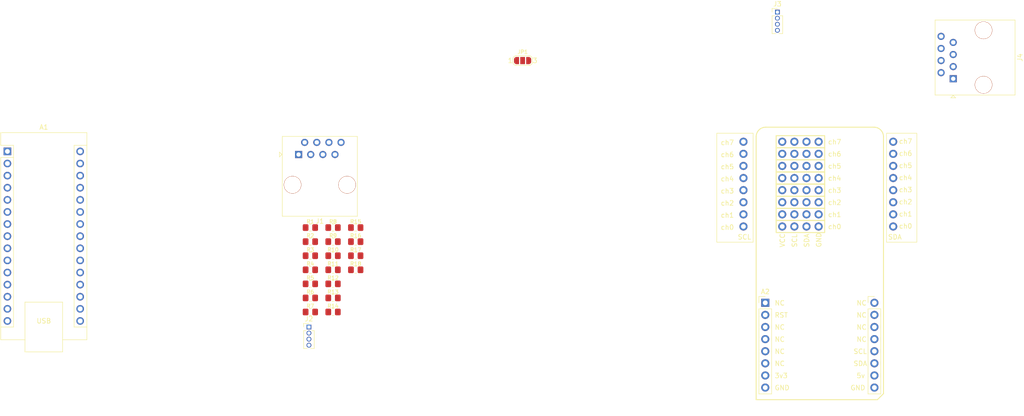
<source format=kicad_pcb>
(kicad_pcb (version 20221018) (generator pcbnew)
  (layers (0 "F.Cu" signal) (31 "B.Cu" signal) (34 "B.Paste" user) (35 "F.Paste" user) (36 "B.SilkS" user "B.Silkscreen") (37 "F.SilkS" user "F.Silkscreen") (38 "B.Mask" user) (39 "F.Mask" user) (44 "Edge.Cuts" user))
  (net 0 "")
  (net 4 "GND")
  (net 17 "/3V3_BUS")
  (net 23 "/SDA")
  (net 24 "/SCL")
  (net 27 "/5V_BUS")
  (net 31 "/SCL_CH0")
  (net 33 "/VCC_CH0")
  (net 35 "/SDA_CH0")
  (net 41 "/SCL_CH7")
  (net 42 "/SCL_CH6")
  (net 43 "/SCL_CH5")
  (net 44 "/SCL_CH4")
  (net 45 "/SCL_CH3")
  (net 46 "/SCL_CH2")
  (net 47 "/SCL_CH1")
  (net 48 "/SDA_CH7")
  (net 49 "/SDA_CH6")
  (net 50 "/SDA_CH5")
  (net 51 "/SDA_CH4")
  (net 52 "/SDA_CH3")
  (net 53 "/SDA_CH2")
  (net 54 "/SDA_CH1")
  (footprint "Resistor_SMD:R_0805_2012Metric_Pad1.20x1.40mm_HandSolder" (layer "F.Cu") (at 125.69 84.93)
    (fp_text reference "R5" (at 0 -1.25 unlocked) (layer "F.SilkS") (effects (font (size 0.8 0.8))))
    (fp_text value "10k")
    (fp_line (start -0.227064 -0.735) (end 0.227064 -0.735) (stroke (width 0.12)) (layer "F.SilkS"))
    (fp_line (start -0.227064 0.735) (end 0.227064 0.735) (stroke (width 0.12)) (layer "F.SilkS"))
    (pad "1" smd roundrect (at -1 0) (size 1.2 1.4) (layers "F.Cu" "F.Paste" "F.Mask") (roundrect_rratio 0.208333) (net 43 "/SCL_CH5"))
    (pad "2" smd roundrect (at 1 0) (size 1.2 1.4) (layers "F.Cu" "F.Paste" "F.Mask") (roundrect_rratio 0.208333) (net 27 "/5V_BUS"))
  )
  (footprint "Resistor_SMD:R_0805_2012Metric_Pad1.20x1.40mm_HandSolder" (layer "F.Cu") (at 125.69 90.83)
    (fp_text reference "R7" (at 0 -1.25 unlocked) (layer "F.SilkS") (effects (font (size 0.8 0.8))))
    (fp_text value "10k")
    (fp_line (start -0.227064 -0.735) (end 0.227064 -0.735) (stroke (width 0.12)) (layer "F.SilkS"))
    (fp_line (start -0.227064 0.735) (end 0.227064 0.735) (stroke (width 0.12)) (layer "F.SilkS"))
    (pad "1" smd roundrect (at -1 0) (size 1.2 1.4) (layers "F.Cu" "F.Paste" "F.Mask") (roundrect_rratio 0.208333) (net 45 "/SCL_CH3"))
    (pad "2" smd roundrect (at 1 0) (size 1.2 1.4) (layers "F.Cu" "F.Paste" "F.Mask") (roundrect_rratio 0.208333) (net 27 "/5V_BUS"))
  )
  (footprint "Resistor_SMD:R_0805_2012Metric_Pad1.20x1.40mm_HandSolder" (layer "F.Cu") (at 130.44 76.08)
    (fp_text reference "R9" (at 0 -1.25 unlocked) (layer "F.SilkS") (effects (font (size 0.8 0.8))))
    (fp_text value "10k")
    (fp_line (start -0.227064 -0.735) (end 0.227064 -0.735) (stroke (width 0.12)) (layer "F.SilkS"))
    (fp_line (start -0.227064 0.735) (end 0.227064 0.735) (stroke (width 0.12)) (layer "F.SilkS"))
    (pad "1" smd roundrect (at -1 0) (size 1.2 1.4) (layers "F.Cu" "F.Paste" "F.Mask") (roundrect_rratio 0.208333) (net 47 "/SCL_CH1"))
    (pad "2" smd roundrect (at 1 0) (size 1.2 1.4) (layers "F.Cu" "F.Paste" "F.Mask") (roundrect_rratio 0.208333) (net 27 "/5V_BUS"))
  )
  (footprint "Resistor_SMD:R_0805_2012Metric_Pad1.20x1.40mm_HandSolder" (layer "F.Cu") (at 130.44 90.83)
    (fp_text reference "R14" (at 0 -1.25 unlocked) (layer "F.SilkS") (effects (font (size 0.8 0.8))))
    (fp_text value "10k")
    (fp_line (start -0.227064 -0.735) (end 0.227064 -0.735) (stroke (width 0.12)) (layer "F.SilkS"))
    (fp_line (start -0.227064 0.735) (end 0.227064 0.735) (stroke (width 0.12)) (layer "F.SilkS"))
    (pad "1" smd roundrect (at -1 0) (size 1.2 1.4) (layers "F.Cu" "F.Paste" "F.Mask") (roundrect_rratio 0.208333) (net 52 "/SDA_CH3"))
    (pad "2" smd roundrect (at 1 0) (size 1.2 1.4) (layers "F.Cu" "F.Paste" "F.Mask") (roundrect_rratio 0.208333) (net 27 "/5V_BUS"))
  )
  (footprint "Jumper:SolderJumper-3_P1.3mm_Open_RoundedPad1.0x1.5mm_NumberLabels" (layer "F.Cu") (at 170.15 38.1)
    (fp_text reference "JP1" (at 0 -1.8) (layer "F.SilkS") (effects (font (size 0.8 0.8))))
    (fp_text value "CH0-VCC-select")
    (fp_text user "3" (at 2.6 0) (layer "F.SilkS"))
    (fp_text user "1" (at -2.6 0) (layer "F.SilkS"))
    (fp_line (start -2.05 0.3) (end -2.05 -0.3) (stroke (width 0.12)) (layer "F.SilkS"))
    (fp_line (start -1.4 -1) (end 1.4 -1) (stroke (width 0.12)) (layer "F.SilkS"))
    (fp_line (start 1.4 1) (end -1.4 1) (stroke (width 0.12)) (layer "F.SilkS"))
    (fp_line (start 2.05 -0.3) (end 2.05 0.3) (stroke (width 0.12)) (layer "F.SilkS"))
    (fp_arc (start -2.05 -0.3) (mid -1.844975 -0.794975) (end -1.35 -1) (stroke (width 0.12)) (layer "F.SilkS"))
    (fp_arc (start -1.35 1) (mid -1.844975 0.794975) (end -2.05 0.3) (stroke (width 0.12)) (layer "F.SilkS"))
    (fp_arc (start 1.35 -1) (mid 1.844975 -0.794975) (end 2.05 -0.3) (stroke (width 0.12)) (layer "F.SilkS"))
    (fp_arc (start 2.05 0.3) (mid 1.844975 0.794975) (end 1.35 1) (stroke (width 0.12)) (layer "F.SilkS"))
    (pad "1" smd custom (at -1.3 0) (size 1 0.5) (layers "F.Cu" "F.Mask") (net 27 "/5V_BUS") (options (clearance outline) (anchor rect)) (primitives (gr_circle (center 0 0.25) (end 0.5 0.25) (width 0) (fill yes)) (gr_circle (center 0 -0.25) (end 0.5 -0.25) (width 0) (fill yes)) (gr_poly (pts (xy 0.55 0.75) (xy 0 0.75) (xy 0 -0.75) (xy 0.55 -0.75)) (width 0) (fill yes))))
    (pad "2" smd rect (at 0 0) (size 1 1.5) (layers "F.Cu" "F.Mask") (net 33 "/VCC_CH0"))
    (pad "3" smd custom (at 1.3 0) (size 1 0.5) (layers "F.Cu" "F.Mask") (net 17 "/3V3_BUS") (options (clearance outline) (anchor rect)) (primitives (gr_circle (center 0 0.25) (end 0.5 0.25) (width 0) (fill yes)) (gr_circle (center 0 -0.25) (end 0.5 -0.25) (width 0) (fill yes)) (gr_poly (pts (xy 0 0.75) (xy -0.55 0.75) (xy -0.55 -0.75) (xy 0 -0.75)) (width 0) (fill yes))))
  )
  (footprint "Resistor_SMD:R_0805_2012Metric_Pad1.20x1.40mm_HandSolder" (layer "F.Cu") (at 125.69 87.88)
    (fp_text reference "R6" (at 0 -1.25 unlocked) (layer "F.SilkS") (effects (font (size 0.8 0.8))))
    (fp_text value "10k")
    (fp_line (start -0.227064 -0.735) (end 0.227064 -0.735) (stroke (width 0.12)) (layer "F.SilkS"))
    (fp_line (start -0.227064 0.735) (end 0.227064 0.735) (stroke (width 0.12)) (layer "F.SilkS"))
    (pad "1" smd roundrect (at -1 0) (size 1.2 1.4) (layers "F.Cu" "F.Paste" "F.Mask") (roundrect_rratio 0.208333) (net 44 "/SCL_CH4"))
    (pad "2" smd roundrect (at 1 0) (size 1.2 1.4) (layers "F.Cu" "F.Paste" "F.Mask") (roundrect_rratio 0.208333) (net 27 "/5V_BUS"))
  )
  (footprint "Resistor_SMD:R_0805_2012Metric_Pad1.20x1.40mm_HandSolder" (layer "F.Cu") (at 130.44 81.98)
    (fp_text reference "R11" (at 0 -1.25 unlocked) (layer "F.SilkS") (effects (font (size 0.8 0.8))))
    (fp_text value "10k")
    (fp_line (start -0.227064 -0.735) (end 0.227064 -0.735) (stroke (width 0.12)) (layer "F.SilkS"))
    (fp_line (start -0.227064 0.735) (end 0.227064 0.735) (stroke (width 0.12)) (layer "F.SilkS"))
    (pad "1" smd roundrect (at -1 0) (size 1.2 1.4) (layers "F.Cu" "F.Paste" "F.Mask") (roundrect_rratio 0.208333) (net 49 "/SDA_CH6"))
    (pad "2" smd roundrect (at 1 0) (size 1.2 1.4) (layers "F.Cu" "F.Paste" "F.Mask") (roundrect_rratio 0.208333) (net 27 "/5V_BUS"))
  )
  (footprint "Resistor_SMD:R_0805_2012Metric_Pad1.20x1.40mm_HandSolder" (layer "F.Cu") (at 125.69 81.98)
    (fp_text reference "R4" (at 0 -1.25 unlocked) (layer "F.SilkS") (effects (font (size 0.8 0.8))))
    (fp_text value "10k")
    (fp_line (start -0.227064 -0.735) (end 0.227064 -0.735) (stroke (width 0.12)) (layer "F.SilkS"))
    (fp_line (start -0.227064 0.735) (end 0.227064 0.735) (stroke (width 0.12)) (layer "F.SilkS"))
    (pad "1" smd roundrect (at -1 0) (size 1.2 1.4) (layers "F.Cu" "F.Paste" "F.Mask") (roundrect_rratio 0.208333) (net 42 "/SCL_CH6"))
    (pad "2" smd roundrect (at 1 0) (size 1.2 1.4) (layers "F.Cu" "F.Paste" "F.Mask") (roundrect_rratio 0.208333) (net 27 "/5V_BUS"))
  )
  (footprint "Resistor_SMD:R_0805_2012Metric_Pad1.20x1.40mm_HandSolder" (layer "F.Cu") (at 125.69 79.03)
    (fp_text reference "R3" (at 0 -1.25 unlocked) (layer "F.SilkS") (effects (font (size 0.8 0.8))))
    (fp_text value "10k")
    (fp_line (start -0.227064 -0.735) (end 0.227064 -0.735) (stroke (width 0.12)) (layer "F.SilkS"))
    (fp_line (start -0.227064 0.735) (end 0.227064 0.735) (stroke (width 0.12)) (layer "F.SilkS"))
    (pad "1" smd roundrect (at -1 0) (size 1.2 1.4) (layers "F.Cu" "F.Paste" "F.Mask") (roundrect_rratio 0.208333) (net 41 "/SCL_CH7"))
    (pad "2" smd roundrect (at 1 0) (size 1.2 1.4) (layers "F.Cu" "F.Paste" "F.Mask") (roundrect_rratio 0.208333) (net 27 "/5V_BUS"))
  )
  (footprint "Resistor_SMD:R_0805_2012Metric_Pad1.20x1.40mm_HandSolder" (layer "F.Cu") (at 125.69 73.13)
    (fp_text reference "R1" (at 0 -1.25 unlocked) (layer "F.SilkS") (effects (font (size 0.8 0.8))))
    (fp_text value "10k")
    (fp_line (start -0.227064 -0.735) (end 0.227064 -0.735) (stroke (width 0.12)) (layer "F.SilkS"))
    (fp_line (start -0.227064 0.735) (end 0.227064 0.735) (stroke (width 0.12)) (layer "F.SilkS"))
    (pad "1" smd roundrect (at -1 0) (size 1.2 1.4) (layers "F.Cu" "F.Paste" "F.Mask") (roundrect_rratio 0.208333) (net 23 "/SDA"))
    (pad "2" smd roundrect (at 1 0) (size 1.2 1.4) (layers "F.Cu" "F.Paste" "F.Mask") (roundrect_rratio 0.208333) (net 27 "/5V_BUS"))
  )
  (footprint "Resistor_SMD:R_0805_2012Metric_Pad1.20x1.40mm_HandSolder" (layer "F.Cu") (at 130.44 84.93)
    (fp_text reference "R12" (at 0 -1.25 unlocked) (layer "F.SilkS") (effects (font (size 0.8 0.8))))
    (fp_text value "10k")
    (fp_line (start -0.227064 -0.735) (end 0.227064 -0.735) (stroke (width 0.12)) (layer "F.SilkS"))
    (fp_line (start -0.227064 0.735) (end 0.227064 0.735) (stroke (width 0.12)) (layer "F.SilkS"))
    (pad "1" smd roundrect (at -1 0) (size 1.2 1.4) (layers "F.Cu" "F.Paste" "F.Mask") (roundrect_rratio 0.208333) (net 50 "/SDA_CH5"))
    (pad "2" smd roundrect (at 1 0) (size 1.2 1.4) (layers "F.Cu" "F.Paste" "F.Mask") (roundrect_rratio 0.208333) (net 27 "/5V_BUS"))
  )
  (footprint "Resistor_SMD:R_0805_2012Metric_Pad1.20x1.40mm_HandSolder" (layer "F.Cu") (at 130.44 87.88)
    (fp_text reference "R13" (at 0 -1.25 unlocked) (layer "F.SilkS") (effects (font (size 0.8 0.8))))
    (fp_text value "10k")
    (fp_line (start -0.227064 -0.735) (end 0.227064 -0.735) (stroke (width 0.12)) (layer "F.SilkS"))
    (fp_line (start -0.227064 0.735) (end 0.227064 0.735) (stroke (width 0.12)) (layer "F.SilkS"))
    (pad "1" smd roundrect (at -1 0) (size 1.2 1.4) (layers "F.Cu" "F.Paste" "F.Mask") (roundrect_rratio 0.208333) (net 51 "/SDA_CH4"))
    (pad "2" smd roundrect (at 1 0) (size 1.2 1.4) (layers "F.Cu" "F.Paste" "F.Mask") (roundrect_rratio 0.208333) (net 27 "/5V_BUS"))
  )
  (footprint "Resistor_SMD:R_0805_2012Metric_Pad1.20x1.40mm_HandSolder" (layer "F.Cu") (at 135.19 81.98)
    (fp_text reference "R18" (at 0 -1.25 unlocked) (layer "F.SilkS") (effects (font (size 0.8 0.8))))
    (fp_text value "10k")
    (fp_line (start -0.227064 -0.735) (end 0.227064 -0.735) (stroke (width 0.12)) (layer "F.SilkS"))
    (fp_line (start -0.227064 0.735) (end 0.227064 0.735) (stroke (width 0.12)) (layer "F.SilkS"))
    (pad "1" smd roundrect (at -1 0) (size 1.2 1.4) (layers "F.Cu" "F.Paste" "F.Mask") (roundrect_rratio 0.208333) (net 35 "/SDA_CH0"))
    (pad "2" smd roundrect (at 1 0) (size 1.2 1.4) (layers "F.Cu" "F.Paste" "F.Mask") (roundrect_rratio 0.208333) (net 27 "/5V_BUS"))
  )
  (footprint "Resistor_SMD:R_0805_2012Metric_Pad1.20x1.40mm_HandSolder" (layer "F.Cu") (at 135.19 76.08)
    (fp_text reference "R16" (at 0 -1.25 unlocked) (layer "F.SilkS") (effects (font (size 0.8 0.8))))
    (fp_text value "10k")
    (fp_line (start -0.227064 -0.735) (end 0.227064 -0.735) (stroke (width 0.12)) (layer "F.SilkS"))
    (fp_line (start -0.227064 0.735) (end 0.227064 0.735) (stroke (width 0.12)) (layer "F.SilkS"))
    (pad "1" smd roundrect (at -1 0) (size 1.2 1.4) (layers "F.Cu" "F.Paste" "F.Mask") (roundrect_rratio 0.208333) (net 54 "/SDA_CH1"))
    (pad "2" smd roundrect (at 1 0) (size 1.2 1.4) (layers "F.Cu" "F.Paste" "F.Mask") (roundrect_rratio 0.208333) (net 27 "/5V_BUS"))
  )
  (footprint "Resistor_SMD:R_0805_2012Metric_Pad1.20x1.40mm_HandSolder" (layer "F.Cu") (at 130.44 73.13)
    (fp_text reference "R8" (at 0 -1.25 unlocked) (layer "F.SilkS") (effects (font (size 0.8 0.8))))
    (fp_text value "10k")
    (fp_line (start -0.227064 -0.735) (end 0.227064 -0.735) (stroke (width 0.12)) (layer "F.SilkS"))
    (fp_line (start -0.227064 0.735) (end 0.227064 0.735) (stroke (width 0.12)) (layer "F.SilkS"))
    (pad "1" smd roundrect (at -1 0) (size 1.2 1.4) (layers "F.Cu" "F.Paste" "F.Mask") (roundrect_rratio 0.208333) (net 46 "/SCL_CH2"))
    (pad "2" smd roundrect (at 1 0) (size 1.2 1.4) (layers "F.Cu" "F.Paste" "F.Mask") (roundrect_rratio 0.208333) (net 27 "/5V_BUS"))
  )
  (footprint "Resistor_SMD:R_0805_2012Metric_Pad1.20x1.40mm_HandSolder" (layer "F.Cu") (at 130.44 79.03)
    (fp_text reference "R10" (at 0 -1.25 unlocked) (layer "F.SilkS") (effects (font (size 0.8 0.8))))
    (fp_text value "10k")
    (fp_line (start -0.227064 -0.735) (end 0.227064 -0.735) (stroke (width 0.12)) (layer "F.SilkS"))
    (fp_line (start -0.227064 0.735) (end 0.227064 0.735) (stroke (width 0.12)) (layer "F.SilkS"))
    (pad "1" smd roundrect (at -1 0) (size 1.2 1.4) (layers "F.Cu" "F.Paste" "F.Mask") (roundrect_rratio 0.208333) (net 48 "/SDA_CH7"))
    (pad "2" smd roundrect (at 1 0) (size 1.2 1.4) (layers "F.Cu" "F.Paste" "F.Mask") (roundrect_rratio 0.208333) (net 27 "/5V_BUS"))
  )
  (footprint "Connector_PinHeader_1.27mm:PinHeader_1x04_P1.27mm_Vertical" (layer "F.Cu") (at 125.39 93.98)
    (fp_text reference "J2" (at 0 -1.695) (layer "F.SilkS"))
    (fp_text value "CH0")
    (fp_line (start -1.11 -0.76) (end 0 -0.76) (stroke (width 0.12)) (layer "F.SilkS"))
    (fp_line (start -1.11 0) (end -1.11 -0.76) (stroke (width 0.12)) (layer "F.SilkS"))
    (fp_line (start -1.11 0.76) (end -1.11 4.505) (stroke (width 0.12)) (layer "F.SilkS"))
    (fp_line (start -1.11 0.76) (end -0.563471 0.76) (stroke (width 0.12)) (layer "F.SilkS"))
    (fp_line (start -1.11 4.505) (end -0.30753 4.505) (stroke (width 0.12)) (layer "F.SilkS"))
    (fp_line (start 0.30753 4.505) (end 1.11 4.505) (stroke (width 0.12)) (layer "F.SilkS"))
    (fp_line (start 0.563471 0.76) (end 1.11 0.76) (stroke (width 0.12)) (layer "F.SilkS"))
    (fp_line (start 1.11 0.76) (end 1.11 4.505) (stroke (width 0.12)) (layer "F.SilkS"))
    (pad "1" thru_hole rect (at 0 0) (size 1 1) (drill 0.65) (layers "*.Cu" "*.Mask") (net 4 "GND"))
    (pad "2" thru_hole oval (at 0 1.27) (size 1 1) (drill 0.65) (layers "*.Cu" "*.Mask") (net 35 "/SDA_CH0"))
    (pad "3" thru_hole oval (at 0 2.54) (size 1 1) (drill 0.65) (layers "*.Cu" "*.Mask") (net 31 "/SCL_CH0"))
    (pad "4" thru_hole oval (at 0 3.81) (size 1 1) (drill 0.65) (layers "*.Cu" "*.Mask") (net 33 "/VCC_CH0"))
  )
  (footprint "Connector_RJ:RJ45_OST_PJ012-8P8CX_Vertical" (layer "F.Cu") (at 123.225 57.8)
    (fp_text reference "J1" (at 4.45 14) (layer "F.SilkS"))
    (fp_text value "CH0")
    (fp_line (start -4 -0.5) (end -4 0.5) (stroke (width 0.12)) (layer "F.SilkS"))
    (fp_line (start -4 0.5) (end -3.5 0) (stroke (width 0.12)) (layer "F.SilkS"))
    (fp_line (start -3.5 0) (end -4 -0.5) (stroke (width 0.12)) (layer "F.SilkS"))
    (fp_line (start -3.42 -3.79) (end -3.42 12.95) (stroke (width 0.12)) (layer "F.SilkS"))
    (fp_line (start 12.3 -3.79) (end -3.42 -3.79) (stroke (width 0.12)) (layer "F.SilkS"))
    (fp_line (start 12.31 -3.79) (end 12.31 12.95) (stroke (width 0.12)) (layer "F.SilkS"))
    (fp_line (start 12.31 12.95) (end -3.42 12.95) (stroke (width 0.12)) (layer "F.SilkS"))
    (pad "" np_thru_hole circle (at -1.27 6.35) (size 3.65 3.65) (drill 3.45) (layers "*.Cu" "*.SilkS" "*.Mask"))
    (pad "" np_thru_hole circle (at 10.16 6.35) (size 3.65 3.65) (drill 3.45) (layers "*.Cu" "*.SilkS" "*.Mask"))
    (pad "1" thru_hole rect (at 0 0) (size 1.5 1.5) (drill 0.9) (layers "*.Cu" "*.Mask") (net 4 "GND"))
    (pad "2" thru_hole circle (at 1.27 -2.54) (size 1.5 1.5) (drill 0.9) (layers "*.Cu" "*.Mask"))
    (pad "3" thru_hole circle (at 2.54 0) (size 1.5 1.5) (drill 0.9) (layers "*.Cu" "*.Mask") (net 31 "/SCL_CH0"))
    (pad "4" thru_hole circle (at 3.81 -2.54) (size 1.5 1.5) (drill 0.9) (layers "*.Cu" "*.Mask"))
    (pad "5" thru_hole circle (at 5.08 0) (size 1.5 1.5) (drill 0.9) (layers "*.Cu" "*.Mask") (net 33 "/VCC_CH0"))
    (pad "6" thru_hole circle (at 6.35 -2.54) (size 1.5 1.5) (drill 0.9) (layers "*.Cu" "*.Mask"))
    (pad "7" thru_hole circle (at 7.62 0) (size 1.5 1.5) (drill 0.9) (layers "*.Cu" "*.Mask") (net 35 "/SDA_CH0"))
    (pad "8" thru_hole circle (at 8.89 -2.54) (size 1.5 1.5) (drill 0.9) (layers "*.Cu" "*.Mask"))
  )
  (footprint "Connector_RJ:RJ45_OST_PJ012-8P8CX_Vertical" (layer "F.Cu") (at 260.35 41.91 90)
    (fp_text reference "J4" (at 4.45 14 90) (layer "F.SilkS"))
    (fp_text value "CH0")
    (fp_line (start -4 -0.5) (end -4 0.5) (stroke (width 0.12)) (layer "F.SilkS"))
    (fp_line (start -4 0.5) (end -3.5 0) (stroke (width 0.12)) (layer "F.SilkS"))
    (fp_line (start -3.5 0) (end -4 -0.5) (stroke (width 0.12)) (layer "F.SilkS"))
    (fp_line (start -3.42 -3.79) (end -3.42 12.95) (stroke (width 0.12)) (layer "F.SilkS"))
    (fp_line (start 12.3 -3.79) (end -3.42 -3.79) (stroke (width 0.12)) (layer "F.SilkS"))
    (fp_line (start 12.31 -3.79) (end 12.31 12.95) (stroke (width 0.12)) (layer "F.SilkS"))
    (fp_line (start 12.31 12.95) (end -3.42 12.95) (stroke (width 0.12)) (layer "F.SilkS"))
    (pad "" np_thru_hole circle (at -1.27 6.35 90) (size 3.65 3.65) (drill 3.45) (layers "*.Cu" "*.SilkS" "*.Mask"))
    (pad "" np_thru_hole circle (at 10.16 6.35 90) (size 3.65 3.65) (drill 3.45) (layers "*.Cu" "*.SilkS" "*.Mask"))
    (pad "1" thru_hole rect (at 0 0 90) (size 1.5 1.5) (drill 0.9) (layers "*.Cu" "*.Mask") (net 4 "GND"))
    (pad "2" thru_hole circle (at 1.27 -2.54 90) (size 1.5 1.5) (drill 0.9) (layers "*.Cu" "*.Mask"))
    (pad "3" thru_hole circle (at 2.54 0 90) (size 1.5 1.5) (drill 0.9) (layers "*.Cu" "*.Mask") (net 31 "/SCL_CH0"))
    (pad "4" thru_hole circle (at 3.81 -2.54 90) (size 1.5 1.5) (drill 0.9) (layers "*.Cu" "*.Mask"))
    (pad "5" thru_hole circle (at 5.08 0 90) (size 1.5 1.5) (drill 0.9) (layers "*.Cu" "*.Mask") (net 33 "/VCC_CH0"))
    (pad "6" thru_hole circle (at 6.35 -2.54 90) (size 1.5 1.5) (drill 0.9) (layers "*.Cu" "*.Mask"))
    (pad "7" thru_hole circle (at 7.62 0 90) (size 1.5 1.5) (drill 0.9) (layers "*.Cu" "*.Mask") (net 35 "/SDA_CH0"))
    (pad "8" thru_hole circle (at 8.89 -2.54 90) (size 1.5 1.5) (drill 0.9) (layers "*.Cu" "*.Mask"))
  )
  (footprint "Resistor_SMD:R_0805_2012Metric_Pad1.20x1.40mm_HandSolder" (layer "F.Cu") (at 135.19 73.13)
    (fp_text reference "R15" (at 0 -1.25 unlocked) (layer "F.SilkS") (effects (font (size 0.8 0.8))))
    (fp_text value "10k")
    (fp_line (start -0.227064 -0.735) (end 0.227064 -0.735) (stroke (width 0.12)) (layer "F.SilkS"))
    (fp_line (start -0.227064 0.735) (end 0.227064 0.735) (stroke (width 0.12)) (layer "F.SilkS"))
    (pad "1" smd roundrect (at -1 0) (size 1.2 1.4) (layers "F.Cu" "F.Paste" "F.Mask") (roundrect_rratio 0.208333) (net 53 "/SDA_CH2"))
    (pad "2" smd roundrect (at 1 0) (size 1.2 1.4) (layers "F.Cu" "F.Paste" "F.Mask") (roundrect_rratio 0.208333) (net 27 "/5V_BUS"))
  )
  (footprint "Module:Arduino_Nano" (layer "F.Cu") (at 62.23 57.15)
    (fp_text reference "A1" (at 7.62 -5.08) (layer "F.SilkS"))
    (fp_text value "Arduino_Nano_v3.x")
    (fp_text user "USB" (at 7.62 35.56 unlocked) (layer "F.SilkS"))
    (fp_line (start -1.4 -3.94) (end -1.4 -1.27) (stroke (width 0.12)) (layer "F.SilkS"))
    (fp_line (start -1.4 1.27) (end -1.4 39.5) (stroke (width 0.12)) (layer "F.SilkS"))
    (fp_line (start -1.4 39.5) (end 3.68 39.5) (stroke (width 0.12)) (layer "F.SilkS"))
    (fp_line (start 1.27 -1.27) (end -1.4 -1.27) (stroke (width 0.12)) (layer "F.SilkS"))
    (fp_line (start 1.27 1.27) (end -1.4 1.27) (stroke (width 0.12)) (layer "F.SilkS"))
    (fp_line (start 1.27 1.27) (end 1.27 -1.27) (stroke (width 0.12)) (layer "F.SilkS"))
    (fp_line (start 1.27 1.27) (end 1.27 36.83) (stroke (width 0.12)) (layer "F.SilkS"))
    (fp_line (start 1.27 36.83) (end -1.4 36.83) (stroke (width 0.12)) (layer "F.SilkS"))
    (fp_line (start 3.68 31.62) (end 11.56 31.62) (stroke (width 0.12)) (layer "F.SilkS"))
    (fp_line (start 3.68 42.04) (end 3.68 31.62) (stroke (width 0.12)) (layer "F.SilkS"))
    (fp_line (start 11.56 31.62) (end 11.56 42.04) (stroke (width 0.12)) (layer "F.SilkS"))
    (fp_line (start 11.56 42.04) (end 3.68 42.04) (stroke (width 0.12)) (layer "F.SilkS"))
    (fp_line (start 13.97 -1.27) (end 13.97 36.83) (stroke (width 0.12)) (layer "F.SilkS"))
    (fp_line (start 13.97 -1.27) (end 16.64 -1.27) (stroke (width 0.12)) (layer "F.SilkS"))
    (fp_line (start 13.97 36.83) (end 16.64 36.83) (stroke (width 0.12)) (layer "F.SilkS"))
    (fp_line (start 16.64 -3.94) (end -1.4 -3.94) (stroke (width 0.12)) (layer "F.SilkS"))
    (fp_line (start 16.64 39.5) (end 11.56 39.5) (stroke (width 0.12)) (layer "F.SilkS"))
    (fp_line (start 16.64 39.5) (end 16.64 -3.94) (stroke (width 0.12)) (layer "F.SilkS"))
    (pad "1" thru_hole rect (at 0 0) (size 1.6 1.6) (drill 1) (layers "*.Cu" "*.Mask"))
    (pad "2" thru_hole oval (at 0 2.54) (size 1.6 1.6) (drill 1) (layers "*.Cu" "*.Mask"))
    (pad "3" thru_hole oval (at 0 5.08) (size 1.6 1.6) (drill 1) (layers "*.Cu" "*.Mask"))
    (pad "4" thru_hole oval (at 0 7.62) (size 1.6 1.6) (drill 1) (layers "*.Cu" "*.Mask") (net 4 "GND"))
    (pad "5" thru_hole oval (at 0 10.16) (size 1.6 1.6) (drill 1) (layers "*.Cu" "*.Mask"))
    (pad "6" thru_hole oval (at 0 12.7) (size 1.6 1.6) (drill 1) (layers "*.Cu" "*.Mask"))
    (pad "7" thru_hole oval (at 0 15.24) (size 1.6 1.6) (drill 1) (layers "*.Cu" "*.Mask"))
    (pad "8" thru_hole oval (at 0 17.78) (size 1.6 1.6) (drill 1) (layers "*.Cu" "*.Mask"))
    (pad "9" thru_hole oval (at 0 20.32) (size 1.6 1.6) (drill 1) (layers "*.Cu" "*.Mask"))
    (pad "10" thru_hole oval (at 0 22.86) (size 1.6 1.6) (drill 1) (layers "*.Cu" "*.Mask"))
    (pad "11" thru_hole oval (at 0 25.4) (size 1.6 1.6) (drill 1) (layers "*.Cu" "*.Mask"))
    (pad "12" thru_hole oval (at 0 27.94) (size 1.6 1.6) (drill 1) (layers "*.Cu" "*.Mask"))
    (pad "13" thru_hole oval (at 0 30.48) (size 1.6 1.6) (drill 1) (layers "*.Cu" "*.Mask"))
    (pad "14" thru_hole oval (at 0 33.02) (size 1.6 1.6) (drill 1) (layers "*.Cu" "*.Mask"))
    (pad "15" thru_hole oval (at 0 35.56) (size 1.6 1.6) (drill 1) (layers "*.Cu" "*.Mask"))
    (pad "16" thru_hole oval (at 15.24 35.56) (size 1.6 1.6) (drill 1) (layers "*.Cu" "*.Mask"))
    (pad "17" thru_hole oval (at 15.24 33.02) (size 1.6 1.6) (drill 1) (layers "*.Cu" "*.Mask") (net 17 "/3V3_BUS"))
    (pad "18" thru_hole oval (at 15.24 30.48) (size 1.6 1.6) (drill 1) (layers "*.Cu" "*.Mask"))
    (pad "19" thru_hole oval (at 15.24 27.94) (size 1.6 1.6) (drill 1) (layers "*.Cu" "*.Mask"))
    (pad "20" thru_hole oval (at 15.24 25.4) (size 1.6 1.6) (drill 1) (layers "*.Cu" "*.Mask"))
    (pad "21" thru_hole oval (at 15.24 22.86) (size 1.6 1.6) (drill 1) (layers "*.Cu" "*.Mask"))
    (pad "22" thru_hole oval (at 15.24 20.32) (size 1.6 1.6) (drill 1) (layers "*.Cu" "*.Mask"))
    (pad "23" thru_hole oval (at 15.24 17.78) (size 1.6 1.6) (drill 1) (layers "*.Cu" "*.Mask") (net 23 "/SDA"))
    (pad "24" thru_hole oval (at 15.24 15.24) (size 1.6 1.6) (drill 1) (layers "*.Cu" "*.Mask") (net 24 "/SCL"))
    (pad "25" thru_hole oval (at 15.24 12.7) (size 1.6 1.6) (drill 1) (layers "*.Cu" "*.Mask"))
    (pad "26" thru_hole oval (at 15.24 10.16) (size 1.6 1.6) (drill 1) (layers "*.Cu" "*.Mask"))
    (pad "27" thru_hole oval (at 15.24 7.62) (size 1.6 1.6) (drill 1) (layers "*.Cu" "*.Mask") (net 27 "/5V_BUS"))
    (pad "28" thru_hole oval (at 15.24 5.08) (size 1.6 1.6) (drill 1) (layers "*.Cu" "*.Mask"))
    (pad "29" thru_hole oval (at 15.24 2.54) (size 1.6 1.6) (drill 1) (layers "*.Cu" "*.Mask") (net 4 "GND"))
    (pad "30" thru_hole oval (at 15.24 0) (size 1.6 1.6) (drill 1) (layers "*.Cu" "*.Mask"))
  )
  (footprint "Connector_PinHeader_1.27mm:PinHeader_1x04_P1.27mm_Vertical" (layer "F.Cu") (at 223.52 27.94)
    (fp_text reference "J3" (at 0 -1.695) (layer "F.SilkS"))
    (fp_text value "CH0")
    (fp_line (start -1.11 -0.76) (end 0 -0.76) (stroke (width 0.12)) (layer "F.SilkS"))
    (fp_line (start -1.11 0) (end -1.11 -0.76) (stroke (width 0.12)) (layer "F.SilkS"))
    (fp_line (start -1.11 0.76) (end -1.11 4.505) (stroke (width 0.12)) (layer "F.SilkS"))
    (fp_line (start -1.11 0.76) (end -0.563471 0.76) (stroke (width 0.12)) (layer "F.SilkS"))
    (fp_line (start -1.11 4.505) (end -0.30753 4.505) (stroke (width 0.12)) (layer "F.SilkS"))
    (fp_line (start 0.30753 4.505) (end 1.11 4.505) (stroke (width 0.12)) (layer "F.SilkS"))
    (fp_line (start 0.563471 0.76) (end 1.11 0.76) (stroke (width 0.12)) (layer "F.SilkS"))
    (fp_line (start 1.11 0.76) (end 1.11 4.505) (stroke (width 0.12)) (layer "F.SilkS"))
    (pad "1" thru_hole rect (at 0 0) (size 1 1) (drill 0.65) (layers "*.Cu" "*.Mask") (net 4 "GND"))
    (pad "2" thru_hole oval (at 0 1.27) (size 1 1) (drill 0.65) (layers "*.Cu" "*.Mask") (net 35 "/SDA_CH0"))
    (pad "3" thru_hole oval (at 0 2.54) (size 1 1) (drill 0.65) (layers "*.Cu" "*.Mask") (net 31 "/SCL_CH0"))
    (pad "4" thru_hole oval (at 0 3.81) (size 1 1) (drill 0.65) (layers "*.Cu" "*.Mask") (net 33 "/VCC_CH0"))
  )
  (footprint "Resistor_SMD:R_0805_2012Metric_Pad1.20x1.40mm_HandSolder" (layer "F.Cu") (at 135.19 79.03)
    (fp_text reference "R17" (at 0 -1.25 unlocked) (layer "F.SilkS") (effects (font (size 0.8 0.8))))
    (fp_text value "10k")
    (fp_line (start -0.227064 -0.735) (end 0.227064 -0.735) (stroke (width 0.12)) (layer "F.SilkS"))
    (fp_line (start -0.227064 0.735) (end 0.227064 0.735) (stroke (width 0.12)) (layer "F.SilkS"))
    (pad "1" smd roundrect (at -1 0) (size 1.2 1.4) (layers "F.Cu" "F.Paste" "F.Mask") (roundrect_rratio 0.208333) (net 31 "/SCL_CH0"))
    (pad "2" smd roundrect (at 1 0) (size 1.2 1.4) (layers "F.Cu" "F.Paste" "F.Mask") (roundrect_rratio 0.208333) (net 27 "/5V_BUS"))
  )
  (footprint "Resistor_SMD:R_0805_2012Metric_Pad1.20x1.40mm_HandSolder" (layer "F.Cu") (at 125.69 76.08)
    (fp_text reference "R2" (at 0 -1.25 unlocked) (layer "F.SilkS") (effects (font (size 0.8 0.8))))
    (fp_text value "10k")
    (fp_line (start -0.227064 -0.735) (end 0.227064 -0.735) (stroke (width 0.12)) (layer "F.SilkS"))
    (fp_line (start -0.227064 0.735) (end 0.227064 0.735) (stroke (width 0.12)) (layer "F.SilkS"))
    (pad "1" smd roundrect (at -1 0) (size 1.2 1.4) (layers "F.Cu" "F.Paste" "F.Mask") (roundrect_rratio 0.208333) (net 24 "/SCL"))
    (pad "2" smd roundrect (at 1 0) (size 1.2 1.4) (layers "F.Cu" "F.Paste" "F.Mask") (roundrect_rratio 0.208333) (net 27 "/5V_BUS"))
  )
  (footprint "000_Modules_Immo:I2C-MUX-3-CLICK" (layer "F.Cu") (at 220.98 88.9)
    (fp_text reference "A2" (at 0 -2.33) (layer "F.SilkS"))
    (fp_text value "I2C-MUX-3-CLICK")
    (fp_text user "NC" (at 19.05 0.635 unlocked) (layer "F.SilkS") (effects (justify left bottom)))
    (fp_text user "ch6" (at 13.081 -30.607 unlocked) (layer "F.SilkS") (effects (justify left bottom)))
    (fp_text user "ch6" (at 27.94 -30.734 unlocked) (layer "F.SilkS") (effects (justify left bottom)))
    (fp_text user "NC" (at 1.905 13.335 unlocked) (layer "F.SilkS") (effects (justify left bottom)))
    (fp_text user "SDA" (at 9.271 -11.557 90 unlocked) (layer "F.SilkS") (effects (justify left bottom)))
    (fp_text user "ch3" (at 13.081 -22.987 unlocked) (layer "F.SilkS") (effects (justify left bottom)))
    (fp_text user "ch2" (at 13.081 -20.447 unlocked) (layer "F.SilkS") (effects (justify left bottom)))
    (fp_text user "NC" (at 1.905 10.795 unlocked) (layer "F.SilkS") (effects (justify left bottom)))
    (fp_text user "ch3" (at -9.398 -22.86 unlocked) (layer "F.SilkS") (effects (justify left bottom)))
    (fp_text user "GND" (at 11.811 -11.557 90 unlocked) (layer "F.SilkS") (effects (justify left bottom)))
    (fp_text user "ch7" (at 27.94 -33.274 unlocked) (layer "F.SilkS") (effects (justify left bottom)))
    (fp_text user "ch5" (at 13.081 -28.067 unlocked) (layer "F.SilkS") (effects (justify left bottom)))
    (fp_text user "SCL" (at 6.731 -11.557 90 unlocked) (layer "F.SilkS") (effects (justify left bottom)))
    (fp_text user "SCL" (at 18.415 10.795 unlocked) (layer "F.SilkS") (effects (justify left bottom)))
    (fp_text user "NC" (at 1.905 0.635 unlocked) (layer "F.SilkS") (effects (justify left bottom)))
    (fp_text user "SDA" (at 25.654 -13.208 unlocked) (layer "F.SilkS") (effects (justify left bottom)))
    (fp_text user "ch0" (at 13.081 -15.367 unlocked) (layer "F.SilkS") (effects (justify left bottom)))
    (fp_text user "ch4" (at 13.081 -25.527 unlocked) (layer "F.SilkS") (effects (justify left bottom)))
    (fp_text user "NC" (at 19.05 5.715 unlocked) (layer "F.SilkS") (effects (justify left bottom)))
    (fp_text user "3v3" (at 1.905 15.875 unlocked) (layer "F.SilkS") (effects (justify left bottom)))
    (fp_text user "GND" (at 1.905 18.415 unlocked) (layer "F.SilkS") (effects (justify left bottom)))
    (fp_text user "ch4" (at 27.94 -25.654 unlocked) (layer "F.SilkS") (effects (justify left bottom)))
    (fp_text user "NC" (at 1.905 5.715 unlocked) (layer "F.SilkS") (effects (justify left bottom)))
    (fp_text user "ch7" (at 13.081 -33.147 unlocked) (layer "F.SilkS") (effects (justify left bottom)))
    (fp_text user "ch0" (at 27.94 -15.494 unlocked) (layer "F.SilkS") (effects (justify left bottom)))
    (fp_text user "ch1" (at 27.94 -18.034 unlocked) (layer "F.SilkS") (effects (justify left bottom)))
    (fp_text user "RST" (at 1.905 3.175 unlocked) (layer "F.SilkS") (effects (justify left bottom)))
    (fp_text user "ch5" (at -9.398 -27.94 unlocked) (layer "F.SilkS") (effects (justify left bottom)))
    (fp_text user "NC" (at 19.05 8.255 unlocked) (layer "F.SilkS") (effects (justify left bottom)))
    (fp_text user "ch1" (at 13.081 -17.907 unlocked) (layer "F.SilkS") (effects (justify left bottom)))
    (fp_text user "ch7" (at -9.398 -33.02 unlocked) (layer "F.SilkS") (effects (justify left bottom)))
    (fp_text user "ch6" (at -9.398 -30.48 unlocked) (layer "F.SilkS") (effects (justify left bottom)))
    (fp_text user "ch2" (at -9.398 -20.32 unlocked) (layer "F.SilkS") (effects (justify left bottom)))
    (fp_text user "ch5" (at 27.94 -28.194 unlocked) (layer "F.SilkS") (effects (justify left bottom)))
    (fp_text user "5v" (at 19.05 15.875 unlocked) (layer "F.SilkS") (effects (justify left bottom)))
    (fp_text user "ch0" (at -9.398 -15.24 unlocked) (layer "F.SilkS") (effects (justify left bottom)))
    (fp_text user "NC" (at 19.05 3.175 unlocked) (layer "F.SilkS") (effects (justify left bottom)))
    (fp_text user "ch3" (at 27.94 -23.114 unlocked) (layer "F.SilkS") (effects (justify left bottom)))
    (fp_text user "ch2" (at 27.94 -20.574 unlocked) (layer "F.SilkS") (effects (justify left bottom)))
    (fp_text user "SDA" (at 18.415 13.335 unlocked) (layer "F.SilkS") (effects (justify left bottom)))
    (fp_text user "ch4" (at -9.398 -25.4 unlocked) (layer "F.SilkS") (effects (justify left bottom)))
    (fp_text user "VCC" (at 4.191 -11.557 90 unlocked) (layer "F.SilkS") (effects (justify left bottom)))
    (fp_text user "ch1" (at -9.398 -17.78 unlocked) (layer "F.SilkS") (effects (justify left bottom)))
    (fp_text user "SCL" (at -5.842 -13.208 unlocked) (layer "F.SilkS") (effects (justify left bottom)))
    (fp_text user "GND" (at 17.78 18.415 unlocked) (layer "F.SilkS") (effects (justify left bottom)))
    (fp_text user "NC" (at 1.905 8.255 unlocked) (layer "F.SilkS") (effects (justify left bottom)))
    (fp_line (start -1.905 -34.83) (end -1.905 20.32) (stroke (width 0.2)) (layer "F.SilkS"))
    (fp_line (start -1.905 20.32) (end 23.495 20.32) (stroke (width 0.2)) (layer "F.SilkS"))
    (fp_line (start -1.33 -1.33) (end 0 -1.33) (stroke (width 0.12)) (layer "F.SilkS"))
    (fp_line (start -1.33 0) (end -1.33 -1.33) (stroke (width 0.12)) (layer "F.SilkS"))
    (fp_line (start -1.33 1.27) (end -1.33 19.11) (stroke (width 0.12)) (layer "F.SilkS"))
    (fp_line (start -1.33 1.27) (end 1.33 1.27) (stroke (width 0.12)) (layer "F.SilkS"))
    (fp_line (start -1.33 19.11) (end 1.33 19.11) (stroke (width 0.12)) (layer "F.SilkS"))
    (fp_line (start 1.33 1.27) (end 1.33 19.11) (stroke (width 0.12)) (layer "F.SilkS"))
    (fp_line (start 21.53 -1.33) (end 22.86 -1.33) (stroke (width 0.12)) (layer "F.SilkS"))
    (fp_line (start 21.53 0) (end 21.53 -1.33) (stroke (width 0.12)) (layer "F.SilkS"))
    (fp_line (start 21.53 1.27) (end 21.53 19.11) (stroke (width 0.12)) (layer "F.SilkS"))
    (fp_line (start 21.53 1.27) (end 24.19 1.27) (stroke (width 0.12)) (layer "F.SilkS"))
    (fp_line (start 21.53 19.11) (end 24.19 19.11) (stroke (width 0.12)) (layer "F.SilkS"))
    (fp_line (start 22.765 -36.83) (end 0.095 -36.83) (stroke (width 0.2)) (layer "F.SilkS"))
    (fp_line (start 23.495 20.32) (end 24.765 19.05) (stroke (width 0.2)) (layer "F.SilkS"))
    (fp_line (start 24.19 1.27) (end 24.19 19.11) (stroke (width 0.12)) (layer "F.SilkS"))
    (fp_line (start 24.765 19.05) (end 24.765 -34.83) (stroke (width 0.2)) (layer "F.SilkS"))
    (fp_rect (start -10.16 -35.56) (end -2.54 -12.7) (stroke (width 0.12)) (fill none) (layer "F.SilkS"))
    (fp_rect (start 2.286 -35.052) (end 12.446 -32.512) (stroke (width 0.2)) (fill none) (layer "F.SilkS"))
    (fp_rect (start 2.286 -32.512) (end 12.446 -29.972) (stroke (width 0.2)) (fill none) (layer "F.SilkS"))
    (fp_rect (start 2.286 -29.972) (end 12.446 -27.432) (stroke (width 0.2)) (fill none) (layer "F.SilkS"))
    (fp_rect (start 2.286 -27.432) (end 12.446 -24.892) (stroke (width 0.2)) (fill none) (layer "F.SilkS"))
    (fp_rect (start 2.286 -24.892) (end 12.446 -22.352) (stroke (width 0.2)) (fill none) (layer "F.SilkS"))
    (fp_rect (start 2.286 -22.352) (end 12.446 -19.812) (stroke (width 0.2)) (fill none) (layer "F.SilkS"))
    (fp_rect (start 2.286 -19.812) (end 12.446 -17.272) (stroke (width 0.2)) (fill none) (layer "F.SilkS"))
    (fp_rect (start 2.286 -17.272) (end 12.446 -14.732) (stroke (width 0.2)) (fill none) (layer "F.SilkS"))
    (fp_rect (start 25.4 -35.56) (end 31.75 -12.7) (stroke (width 0.12)) (fill none) (layer "F.SilkS"))
    (fp_arc (start -1.905 -34.83) (mid -1.319214 -36.244214) (end 0.095 -36.83) (stroke (width 0.2)) (layer "F.SilkS"))
    (fp_arc (start 22.765 -36.83) (mid 24.179214 -36.244214) (end 24.765 -34.83) (stroke (width 0.2)) (layer "F.SilkS"))
    (pad "1" thru_hole rect (at 0 0) (size 1.7 1.7) (drill 1) (layers "*.Cu" "*.Mask"))
    (pad "2" thru_hole oval (at 0 2.54) (size 1.7 1.7) (drill 1) (layers "*.Cu" "*.Mask"))
    (pad "3" thru_hole oval (at 0 5.08) (size 1.7 1.7) (drill 1) (layers "*.Cu" "*.Mask"))
    (pad "4" thru_hole oval (at 0 7.62) (size 1.7 1.7) (drill 1) (layers "*.Cu" "*.Mask"))
    (pad "5" thru_hole oval (at 0 10.16) (size 1.7 1.7) (drill 1) (layers "*.Cu" "*.Mask"))
    (pad "6" thru_hole oval (at 0 12.7) (size 1.7 1.7) (drill 1) (layers "*.Cu" "*.Mask"))
    (pad "7" thru_hole oval (at 0 15.24) (size 1.7 1.7) (drill 1) (layers "*.Cu" "*.Mask") (net 17 "/3V3_BUS"))
    (pad "8" thru_hole oval (at 0 17.78) (size 1.7 1.7) (drill 1) (layers "*.Cu" "*.Mask") (net 4 "GND"))
    (pad "9" thru_hole oval (at 22.86 17.78) (size 1.7 1.7) (drill 1) (layers "*.Cu" "*.Mask") (net 4 "GND"))
    (pad "10" thru_hole oval (at 22.86 15.24) (size 1.7 1.7) (drill 1) (layers "*.Cu" "*.Mask") (net 27 "/5V_BUS"))
    (pad "11" thru_hole oval (at 22.86 12.7) (size 1.7 1.7) (drill 1) (layers "*.Cu" "*.Mask") (net 23 "/SDA"))
    (pad "12" thru_hole oval (at 22.86 10.16) (size 1.7 1.7) (drill 1) (layers "*.Cu" "*.Mask") (net 24 "/SCL"))
    (pad "13" thru_hole oval (at 22.86 7.62) (size 1.7 1.7) (drill 1) (layers "*.Cu" "*.Mask"))
    (pad "14" thru_hole oval (at 22.86 5.08) (size 1.7 1.7) (drill 1) (layers "*.Cu" "*.Mask"))
    (pad "15" thru_hole oval (at 22.86 2.54) (size 1.7 1.7) (drill 1) (layers "*.Cu" "*.Mask"))
    (pad "16" thru_hole circle (at 22.86 0) (size 1.7 1.7) (drill 1) (layers "*.Cu" "*.Mask"))
    (pad "17" thru_hole oval (at 8.636 -16.002 90) (size 1.7 1.7) (drill 1) (layers "*.Cu" "*.Mask") (net 35 "/SDA_CH0"))
    (pad "17" thru_hole oval (at 26.797 -16.002 90) (size 1.7 1.7) (drill 1) (layers "*.Cu" "*.Mask") (net 35 "/SDA_CH0"))
    (pad "18" thru_hole oval (at 8.636 -18.542 90) (size 1.7 1.7) (drill 1) (layers "*.Cu" "*.Mask") (net 54 "/SDA_CH1"))
    (pad "18" thru_hole oval (at 26.797 -18.542 90) (size 1.7 1.7) (drill 1) (layers "*.Cu" "*.Mask") (net 54 "/SDA_CH1"))
    (pad "19" thru_hole oval (at 8.636 -21.082 90) (size 1.7 1.7) (drill 1) (layers "*.Cu" "*.Mask") (net 53 "/SDA_CH2"))
    (pad "19" thru_hole oval (at 26.797 -21.082 90) (size 1.7 1.7) (drill 1) (layers "*.Cu" "*.Mask") (net 53 "/SDA_CH2"))
    (pad "20" thru_hole oval (at 8.636 -23.622 90) (size 1.7 1.7) (drill 1) (layers "*.Cu" "*.Mask") (net 52 "/SDA_CH3"))
    (pad "20" thru_hole oval (at 26.797 -23.622 90) (size 1.7 1.7) (drill 1) (layers "*.Cu" "*.Mask") (net 52 "/SDA_CH3"))
    (pad "21" thru_hole oval (at 8.636 -26.162 90) (size 1.7 1.7) (drill 1) (layers "*.Cu" "*.Mask" "Eco2.User") (net 51 "/SDA_CH4"))
    (pad "21" thru_hole oval (at 26.797 -26.162 90) (size 1.7 1.7) (drill 1) (layers "*.Cu" "*.Mask" "Eco2.User") (net 51 "/SDA_CH4"))
    (pad "22" thru_hole oval (at 8.636 -28.702 90) (size 1.7 1.7) (drill 1) (layers "*.Cu" "*.Mask") (net 50 "/SDA_CH5"))
    (pad "22" thru_hole oval (at 26.797 -28.702 90) (size 1.7 1.7) (drill 1) (layers "*.Cu" "*.Mask") (net 50 "/SDA_CH5"))
    (pad "23" thru_hole oval (at 8.636 -31.242 90) (size 1.7 1.7) (drill 1) (layers "*.Cu" "*.Mask") (net 49 "/SDA_CH6"))
    (pad "23" thru_hole oval (at 26.797 -31.242 90) (size 1.7 1.7) (drill 1) (layers "*.Cu" "*.Mask") (net 49 "/SDA_CH6"))
    (pad "24" thru_hole oval (at 8.636 -33.782 90) (size 1.7 1.7) (drill 1) (layers "*.Cu" "*.Mask") (net 48 "/SDA_CH7"))
    (pad "24" thru_hole oval (at 26.797 -33.782 90) (size 1.7 1.7) (drill 1) (layers "*.Cu" "*.Mask") (net 48 "/SDA_CH7"))
    (pad "25" thru_hole oval (at -4.572 -33.782 90) (size 1.7 1.7) (drill 1) (layers "*.Cu" "*.Mask") (net 41 "/SCL_CH7"))
    (pad "25" thru_hole oval (at 6.096 -33.782 90) (size 1.7 1.7) (drill 1) (layers "*.Cu" "*.Mask") (net 41 "/SCL_CH7"))
    (pad "26" thru_hole oval (at -4.572 -31.242 90) (size 1.7 1.7) (drill 1) (layers "*.Cu" "*.Mask") (net 42 "/SCL_CH6"))
    (pad "26" thru_hole oval (at 6.096 -31.242 90) (size 1.7 1.7) (drill 1) (layers "*.Cu" "*.Mask") (net 42 "/SCL_CH6"))
    (pad "27" thru_hole oval (at -4.572 -28.702 90) (size 1.7 1.7) (drill 1) (layers "*.Cu" "*.Mask") (net 43 "/SCL_CH5"))
    (pad "27" thru_hole oval (at 6.096 -28.702 90) (size 1.7 1.7) (drill 1) (layers "*.Cu" "*.Mask") (net 43 "/SCL_CH5"))
    (pad "28" thru_hole oval (at -4.572 -26.162 90) (size 1.7 1.7) (drill 1) (layers "*.Cu" "*.Mask") (net 44 "/SCL_CH4"))
    (pad "28" thru_hole oval (at 6.096 -26.162 90) (size 1.7 1.7) (drill 1) (layers "*.Cu" "*.Mask") (net 44 "/SCL_CH4"))
    (pad "29" thru_hole oval (at -4.572 -23.622 90) (size 1.7 1.7) (drill 1) (layers "*.Cu" "*.Mask") (net 45 "/SCL_CH3"))
    (pad "29" thru_hole oval (at 6.096 -23.622 90) (size 1.7 1.7) (drill 1) (layers "*.Cu" "*.Mask") (net 45 "/SCL_CH3"))
    (pad "30" thru_hole oval (at -4.572 -21.082 90) (size 1.7 1.7) (drill 1) (layers "*.Cu" "*.Mask") (net 46 "/SCL_CH2"))
    (pad "30" thru_hole oval (at 6.096 -21.082 90) (size 1.7 1.7) (drill 1) (layers "*.Cu" "*.Mask") (net 46 "/SCL_CH2"))
    (pad "31" thru_hole oval (at -4.572 -18.542 90) (size 1.7 1.7) (drill 1) (layers "*.Cu" "*.Mask") (net 47 "/SCL_CH1"))
    (pad "31" thru_hole oval (at 6.096 -18.542 90) (size 1.7 1.7) (drill 1) (layers "*.Cu" "*.Mask") (net 47 "/SCL_CH1"))
    (pad "32" thru_hole oval (at -4.572 -16.002 90) (size 1.7 1.7) (drill 1) (layers "*.Cu" "*.Mask") (net 31 "/SCL_CH0"))
    (pad "32" thru_hole oval (at 6.096 -16.002 90) (size 1.7 1.7) (drill 1) (layers "*.Cu" "*.Mask") (net 31 "/SCL_CH0"))
    (pad "33" thru_hole oval (at 3.556 -33.782 90) (size 1.7 1.7) (drill 1) (layers "*.Cu" "*.Mask"))
    (pad "33" thru_hole oval (at 3.556 -31.242 90) (size 1.7 1.7) (drill 1) (layers "*.Cu" "*.Mask"))
    (pad "33" thru_hole oval (at 3.556 -28.702 90) (size 1.7 1.7) (drill 1) (layers "*.Cu" "*.Mask"))
    (pad "33" thru_hole oval (at 3.556 -26.162 90) (size 1.7 1.7) (drill 1) (layers "*.Cu" "*.Mask"))
    (pad "33" thru_hole oval (at 3.556 -23.622 90) (size 1.7 1.7) (drill 1) (layers "*.Cu" "*.Mask"))
    (pad "33" thru_hole oval (at 3.556 -21.082 90) (size 1.7 1.7) (drill 1) (layers "*.Cu" "*.Mask"))
    (pad "33" thru_hole oval (at 3.556 -18.542 90) (size 1.7 1.7) (drill 1) (layers "*.Cu" "*.Mask"))
    (pad "33" thru_hole oval (at 3.556 -16.002 90) (size 1.7 1.7) (drill 1) (layers "*.Cu" "*.Mask"))
    (pad "34" thru_hole oval (at 11.176 -33.782 90) (size 1.7 1.7) (drill 1) (layers "*.Cu" "*.Mask"))
    (pad "34" thru_hole oval (at 11.176 -31.242 90) (size 1.7 1.7) (drill 1) (layers "*.Cu" "*.Mask"))
    (pad "34" thru_hole oval (at 11.176 -28.702 90) (size 1.7 1.7) (drill 1) (layers "*.Cu" "*.Mask"))
    (pad "34" thru_hole oval (at 11.176 -26.162 90) (size 1.7 1.7) (drill 1) (layers "*.Cu" "*.Mask"))
    (pad "34" thru_hole oval (at 11.176 -23.622 90) (size 1.7 1.7) (drill 1) (layers "*.Cu" "*.Mask"))
    (pad "34" thru_hole oval (at 11.176 -21.082 90) (size 1.7 1.7) (drill 1) (layers "*.Cu" "*.Mask"))
    (pad "34" thru_hole oval (at 11.176 -18.542 90) (size 1.7 1.7) (drill 1) (layers "*.Cu" "*.Mask"))
    (pad "34" thru_hole oval (at 11.176 -16.002 90) (size 1.7 1.7) (drill 1) (layers "*.Cu" "*.Mask"))
  )
)
</source>
